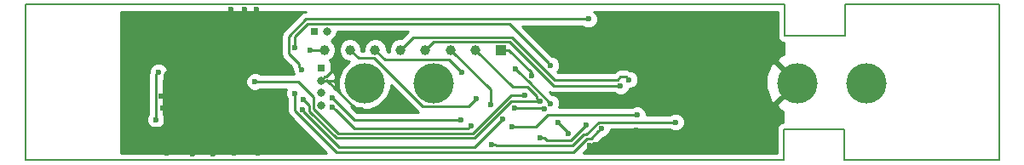
<source format=gbr>
G04 #@! TF.FileFunction,Copper,L2,Bot,Signal*
%FSLAX46Y46*%
G04 Gerber Fmt 4.6, Leading zero omitted, Abs format (unit mm)*
G04 Created by KiCad (PCBNEW 4.0.2+dfsg1-stable) date mer 10 ott 2018 09:07:00 CEST*
%MOMM*%
G01*
G04 APERTURE LIST*
%ADD10C,0.100000*%
%ADD11C,0.200000*%
%ADD12R,0.800000X0.800000*%
%ADD13O,0.800000X0.800000*%
%ADD14C,4.000000*%
%ADD15R,1.000000X1.000000*%
%ADD16C,1.000000*%
%ADD17C,0.600000*%
%ADD18C,0.250000*%
%ADD19C,0.500000*%
%ADD20C,0.226060*%
G04 APERTURE END LIST*
D10*
D11*
X173690280Y-115443000D02*
X98295460Y-115443000D01*
X195072000Y-115443000D02*
X179682660Y-115443000D01*
X179682660Y-112410240D02*
X179682660Y-115443000D01*
X173692820Y-112410240D02*
X179682660Y-112410240D01*
X173692820Y-112410240D02*
X173692820Y-115437920D01*
X173776640Y-99949000D02*
X98298000Y-99949000D01*
X195072000Y-99949000D02*
X179778660Y-99949000D01*
X179778660Y-99949000D02*
X179778660Y-103047800D01*
X173776640Y-103047800D02*
X179778660Y-103047800D01*
X173776640Y-99949000D02*
X173776640Y-103047800D01*
X98298000Y-115443000D02*
X98298000Y-99949000D01*
X195072000Y-99949000D02*
X195072000Y-115443000D01*
D12*
X127000000Y-102631240D03*
D13*
X128250000Y-102631240D03*
D14*
X131999000Y-107787000D03*
X138899000Y-107787000D03*
X174999000Y-107771760D03*
X181899000Y-107771760D03*
D15*
X145549000Y-104470200D03*
D16*
X143049000Y-104470200D03*
X140549000Y-104470200D03*
X138049000Y-104470200D03*
X135549000Y-104470200D03*
X133049000Y-104470200D03*
X130549000Y-104470200D03*
X128049000Y-104470200D03*
D12*
X127668020Y-106278360D03*
D13*
X127668020Y-107528360D03*
X127668020Y-108778360D03*
X127668020Y-110028360D03*
D17*
X121277380Y-100457000D03*
X120060720Y-100457000D03*
X118711980Y-100474780D03*
X121445020Y-114782600D03*
X119032020Y-114782600D03*
X116898420Y-114833400D03*
X114889280Y-114858800D03*
X112402620Y-114782600D03*
X111046260Y-114155220D03*
X109616240Y-114556540D03*
X108610400Y-113878360D03*
X109816900Y-113327180D03*
X108158280Y-110665260D03*
X108610400Y-112247680D03*
X109689900Y-111140240D03*
X116095780Y-112295940D03*
X119936260Y-112496600D03*
X118579900Y-108805980D03*
X116723160Y-109761020D03*
X115567460Y-109786420D03*
X116044980Y-108605320D03*
X111975900Y-110261400D03*
X111775240Y-109108240D03*
X109364780Y-109936280D03*
X108249720Y-109174280D03*
X109301280Y-108267500D03*
X108320840Y-107647740D03*
X108130340Y-105143300D03*
X110589060Y-105262680D03*
X108607860Y-103662480D03*
X113070640Y-104449880D03*
X114381280Y-103545640D03*
X113977420Y-102494080D03*
X115194080Y-102803960D03*
X118270020Y-103281480D03*
X118127780Y-101826060D03*
X116933980Y-100990400D03*
X115026440Y-100944680D03*
X113809780Y-101516180D03*
X113022380Y-103233220D03*
X110182660Y-102994460D03*
X108943140Y-102445820D03*
X110898940Y-102090220D03*
X112306100Y-101777800D03*
X111782860Y-100919280D03*
X109849920Y-101183440D03*
X108585000Y-100967540D03*
X126573280Y-104533620D03*
X115206780Y-106227880D03*
X115666520Y-107624880D03*
X110444280Y-104140000D03*
X128998980Y-105671620D03*
X154371859Y-113954947D03*
X131975860Y-110604300D03*
X148569680Y-107055920D03*
X154043380Y-111930380D03*
X149463760Y-113253520D03*
X159004000Y-112471200D03*
X152483820Y-103979980D03*
X118000780Y-112341660D03*
X117983000Y-109684820D03*
X113128781Y-105844441D03*
X110456980Y-112240060D03*
X112138460Y-112222280D03*
X111498380Y-106677460D03*
X111285020Y-111406940D03*
X152219266Y-112826796D03*
X151250096Y-111714787D03*
X147024095Y-106394245D03*
X150497540Y-109801660D03*
X141655800Y-106687620D03*
X149432223Y-109620255D03*
X125907800Y-109453680D03*
X144518380Y-109964220D03*
X145707100Y-111394060D03*
X125867988Y-110403640D03*
X157446980Y-108031980D03*
X158282640Y-107431840D03*
X149894701Y-110327592D03*
X146900900Y-110291880D03*
X143057880Y-109369860D03*
X144600837Y-113923900D03*
X141544220Y-111424720D03*
X162900360Y-111663480D03*
X128816100Y-109278420D03*
X128791557Y-110137789D03*
X159092297Y-110920169D03*
X146692620Y-112138460D03*
X142580360Y-112019080D03*
X155539360Y-112288500D03*
X125072140Y-108783120D03*
X154244040Y-101406960D03*
X125775720Y-106428540D03*
X150506426Y-106003086D03*
X125069780Y-104218740D03*
X147914180Y-108968729D03*
X121114820Y-107627420D03*
D18*
X126636700Y-104470200D02*
X126573280Y-104533620D01*
X128049000Y-104470200D02*
X126636700Y-104470200D01*
X128998980Y-105671620D02*
X128698981Y-105971619D01*
X128698981Y-105971619D02*
X128698981Y-106632401D01*
X128698981Y-106632401D02*
X128203021Y-107128361D01*
X128203021Y-107128361D02*
X128068019Y-107128361D01*
X128068019Y-107128361D02*
X127668020Y-107528360D01*
X127668020Y-107528360D02*
X128164442Y-107528360D01*
X128164442Y-107528360D02*
X128231900Y-107460902D01*
X154464329Y-114007669D02*
X154371859Y-113954947D01*
X154371859Y-113954947D02*
X154764328Y-113707670D01*
X131975860Y-110604300D02*
X131675861Y-110304301D01*
X131675861Y-110304301D02*
X131075299Y-110304301D01*
X131075299Y-110304301D02*
X128231900Y-107460902D01*
X146299000Y-104470200D02*
X148569680Y-106740880D01*
X145549000Y-104470200D02*
X146299000Y-104470200D01*
X148569680Y-106740880D02*
X148569680Y-107055920D01*
X150142024Y-113507520D02*
X152466240Y-113507520D01*
X152466240Y-113507520D02*
X154043380Y-111930380D01*
X149463760Y-113253520D02*
X149888024Y-113253520D01*
X149888024Y-113253520D02*
X150142024Y-113507520D01*
X159423100Y-106763521D02*
X159423100Y-108460540D01*
X159423100Y-105161080D02*
X159423100Y-106763521D01*
X158242000Y-103979980D02*
X159423100Y-105161080D01*
X152483820Y-103979980D02*
X158242000Y-103979980D01*
X154764328Y-113707670D02*
X159004000Y-113707670D01*
X159004000Y-113707670D02*
X169063090Y-113707670D01*
X159004000Y-112471200D02*
X159004000Y-112895464D01*
X159004000Y-112895464D02*
X159004000Y-113707670D01*
D19*
X169063090Y-113707670D02*
X172999001Y-109771759D01*
X172999001Y-109771759D02*
X174999000Y-107771760D01*
D18*
X152483820Y-103979980D02*
X171207220Y-103979980D01*
D19*
X171207220Y-103979980D02*
X174999000Y-107771760D01*
D18*
X127810260Y-107528360D02*
X127668020Y-107528360D01*
X117983000Y-109684820D02*
X117983000Y-112323880D01*
X117983000Y-112323880D02*
X118000780Y-112341660D01*
X112138460Y-112222280D02*
X112138460Y-106834762D01*
X112138460Y-106834762D02*
X113128781Y-105844441D01*
X112138460Y-112222280D02*
X110474760Y-112222280D01*
X110474760Y-112222280D02*
X110456980Y-112240060D01*
X111285020Y-111406940D02*
X111285020Y-106890820D01*
X111285020Y-106890820D02*
X111498380Y-106677460D01*
X152219266Y-112683957D02*
X152219266Y-112826796D01*
X151250096Y-111714787D02*
X152219266Y-112683957D01*
X148376802Y-107680922D02*
X148310772Y-107680922D01*
X150497540Y-109801660D02*
X148376802Y-107680922D01*
X148310772Y-107680922D02*
X147324094Y-106694244D01*
X147324094Y-106694244D02*
X147024095Y-106394245D01*
X133049000Y-104470200D02*
X134040799Y-105461999D01*
X134040799Y-105461999D02*
X140430179Y-105461999D01*
X140430179Y-105461999D02*
X141655800Y-106687620D01*
X149132224Y-109320256D02*
X149432223Y-109620255D01*
X149132224Y-109072754D02*
X149132224Y-109320256D01*
X148190403Y-108130933D02*
X149132224Y-109072754D01*
X146709733Y-108130933D02*
X148190403Y-108130933D01*
X143049000Y-104470200D02*
X146709733Y-108130933D01*
X146555903Y-109620255D02*
X149007959Y-109620255D01*
X126493008Y-110562761D02*
X129181658Y-113251411D01*
X142924747Y-113251411D02*
X146555903Y-109620255D01*
X149007959Y-109620255D02*
X149432223Y-109620255D01*
X125907800Y-109453680D02*
X126493008Y-110038888D01*
X129181658Y-113251411D02*
X142924747Y-113251411D01*
X126493008Y-110038888D02*
X126493008Y-110562761D01*
X144518380Y-109539956D02*
X144518380Y-109964220D01*
X144518380Y-108439580D02*
X144518380Y-109539956D01*
X140549000Y-104470200D02*
X144518380Y-108439580D01*
X142915891Y-114185269D02*
X145707100Y-111394060D01*
X129479105Y-114185269D02*
X142915891Y-114185269D01*
X125895100Y-110403640D02*
X125895100Y-110601264D01*
X125867988Y-110403640D02*
X125895100Y-110403640D01*
X125895100Y-110601264D02*
X129479105Y-114185269D01*
X146421339Y-103645199D02*
X150808120Y-108031980D01*
X138049000Y-104470200D02*
X138874001Y-103645199D01*
X150808120Y-108031980D02*
X157022716Y-108031980D01*
X138874001Y-103645199D02*
X146421339Y-103645199D01*
X157022716Y-108031980D02*
X157446980Y-108031980D01*
X157982641Y-107131841D02*
X158282640Y-107431840D01*
X150891240Y-107431840D02*
X157122118Y-107431840D01*
X136824012Y-103195188D02*
X146654588Y-103195188D01*
X135549000Y-104470200D02*
X136824012Y-103195188D01*
X157122118Y-107431840D02*
X157422117Y-107131841D01*
X157422117Y-107131841D02*
X157982641Y-107131841D01*
X146654588Y-103195188D02*
X150891240Y-107431840D01*
X149858989Y-110291880D02*
X149894701Y-110327592D01*
X146900900Y-110291880D02*
X149858989Y-110291880D01*
X130549000Y-104470200D02*
X131374001Y-105295201D01*
X131374001Y-105295201D02*
X132966199Y-105295201D01*
X142315739Y-110112001D02*
X143057880Y-109369860D01*
X132966199Y-105295201D02*
X137782999Y-110112001D01*
X137782999Y-110112001D02*
X142315739Y-110112001D01*
X152705056Y-113957531D02*
X145058732Y-113957531D01*
X153782652Y-112879935D02*
X152705056Y-113957531D01*
X162900360Y-111663480D02*
X155261451Y-111663480D01*
X155261451Y-111663480D02*
X154044996Y-112879935D01*
X145025101Y-113923900D02*
X144600837Y-113923900D01*
X154044996Y-112879935D02*
X153782652Y-112879935D01*
X145058732Y-113957531D02*
X145025101Y-113923900D01*
X130962400Y-111424720D02*
X141119956Y-111424720D01*
X128816100Y-109278420D02*
X130962400Y-111424720D01*
X141119956Y-111424720D02*
X141544220Y-111424720D01*
X146692620Y-112138460D02*
X149009483Y-112138460D01*
X149009483Y-112138460D02*
X150227774Y-110920169D01*
X150227774Y-110920169D02*
X158668033Y-110920169D01*
X158668033Y-110920169D02*
X159092297Y-110920169D01*
X142580360Y-112019080D02*
X142280361Y-112319079D01*
X129091556Y-110437788D02*
X128791557Y-110137789D01*
X130972847Y-112319079D02*
X129091556Y-110437788D01*
X142280361Y-112319079D02*
X130972847Y-112319079D01*
X154497914Y-113329946D02*
X155239361Y-112588499D01*
X155239361Y-112588499D02*
X155539360Y-112288500D01*
X152766524Y-114635280D02*
X154071858Y-113329946D01*
X129181860Y-114635280D02*
X152766524Y-114635280D01*
X125072140Y-110525560D02*
X129181860Y-114635280D01*
X125072140Y-108783120D02*
X125072140Y-110525560D01*
X154071858Y-113329946D02*
X154497914Y-113329946D01*
X124444760Y-104810560D02*
X124444760Y-103165067D01*
X124444760Y-103165067D02*
X126202867Y-101406960D01*
X126202867Y-101406960D02*
X154244040Y-101406960D01*
X125475721Y-105841521D02*
X124444760Y-104810560D01*
X125775720Y-106428540D02*
X125475721Y-106128541D01*
X125475721Y-106128541D02*
X125475721Y-105841521D01*
X146409579Y-101906239D02*
X150206427Y-105703087D01*
X125069780Y-104218740D02*
X125069780Y-103176458D01*
X150206427Y-105703087D02*
X150506426Y-106003086D01*
X126339999Y-101906239D02*
X146409579Y-101906239D01*
X125069780Y-103176458D02*
X126339999Y-101906239D01*
X146571018Y-108968729D02*
X147489916Y-108968729D01*
X142738347Y-112801400D02*
X146571018Y-108968729D01*
X129368058Y-112801400D02*
X142738347Y-112801400D01*
X126943019Y-110376361D02*
X129368058Y-112801400D01*
X147489916Y-108968729D02*
X147914180Y-108968729D01*
X121114820Y-107627420D02*
X125444078Y-107627420D01*
X125444078Y-107627420D02*
X126943019Y-109126361D01*
X126943019Y-109126361D02*
X126943019Y-110376361D01*
D20*
G36*
X173055610Y-103047800D02*
X173110495Y-103323726D01*
X173266795Y-103557645D01*
X173500714Y-103713945D01*
X173631029Y-103739866D01*
X173624712Y-104943721D01*
X173330974Y-105052220D01*
X173124798Y-105189982D01*
X172943579Y-105714543D01*
X173617132Y-106388096D01*
X173617113Y-106391669D01*
X172941783Y-105716339D01*
X172417222Y-105897558D01*
X171896522Y-107028227D01*
X171848146Y-108272092D01*
X172279460Y-109439786D01*
X172417222Y-109645962D01*
X172941783Y-109827181D01*
X173602552Y-109166412D01*
X173602534Y-109170022D01*
X172943579Y-109828977D01*
X173124798Y-110353538D01*
X173595186Y-110570163D01*
X173589206Y-111709820D01*
X173416894Y-111744095D01*
X173182975Y-111900395D01*
X173026675Y-112134314D01*
X172971790Y-112410240D01*
X172971790Y-114721970D01*
X153734880Y-114721970D01*
X154380874Y-114075976D01*
X154497914Y-114075976D01*
X154783408Y-114019188D01*
X155025437Y-113857469D01*
X155673259Y-113209647D01*
X155721760Y-113209689D01*
X156060400Y-113069766D01*
X156319716Y-112810903D01*
X156460230Y-112472508D01*
X156460285Y-112409510D01*
X162343691Y-112409510D01*
X162377957Y-112443836D01*
X162716352Y-112584350D01*
X163082760Y-112584669D01*
X163421400Y-112444746D01*
X163680716Y-112185883D01*
X163821230Y-111847488D01*
X163821549Y-111481080D01*
X163681626Y-111142440D01*
X163422763Y-110883124D01*
X163084368Y-110742610D01*
X162717960Y-110742291D01*
X162379320Y-110882214D01*
X162344022Y-110917450D01*
X160013330Y-110917450D01*
X160013486Y-110737769D01*
X159873563Y-110399129D01*
X159614700Y-110139813D01*
X159276305Y-109999299D01*
X158909897Y-109998980D01*
X158571257Y-110138903D01*
X158535959Y-110174139D01*
X151340150Y-110174139D01*
X151418410Y-109985668D01*
X151418729Y-109619260D01*
X151278806Y-109280620D01*
X151019943Y-109021304D01*
X150681548Y-108880790D01*
X150631673Y-108880747D01*
X150370501Y-108619575D01*
X150522626Y-108721222D01*
X150808120Y-108778010D01*
X156890311Y-108778010D01*
X156924577Y-108812336D01*
X157262972Y-108952850D01*
X157629380Y-108953169D01*
X157968020Y-108813246D01*
X158227336Y-108554383D01*
X158311001Y-108352895D01*
X158465040Y-108353029D01*
X158803680Y-108213106D01*
X159062996Y-107954243D01*
X159203510Y-107615848D01*
X159203829Y-107249440D01*
X159063906Y-106910800D01*
X158805043Y-106651484D01*
X158466648Y-106510970D01*
X158370334Y-106510886D01*
X158268135Y-106442599D01*
X157982641Y-106385811D01*
X157422117Y-106385811D01*
X157136624Y-106442599D01*
X156894594Y-106604318D01*
X156813102Y-106685810D01*
X151200256Y-106685810D01*
X151163251Y-106648805D01*
X151286782Y-106525489D01*
X151427296Y-106187094D01*
X151427615Y-105820686D01*
X151287692Y-105482046D01*
X151028829Y-105222730D01*
X150690434Y-105082216D01*
X150640559Y-105082173D01*
X147711376Y-102152990D01*
X153687371Y-102152990D01*
X153721637Y-102187316D01*
X154060032Y-102327830D01*
X154426440Y-102328149D01*
X154765080Y-102188226D01*
X155024396Y-101929363D01*
X155164910Y-101590968D01*
X155165229Y-101224560D01*
X155025306Y-100885920D01*
X154809793Y-100670030D01*
X173055610Y-100670030D01*
X173055610Y-103047800D01*
X173055610Y-103047800D01*
G37*
X173055610Y-103047800D02*
X173110495Y-103323726D01*
X173266795Y-103557645D01*
X173500714Y-103713945D01*
X173631029Y-103739866D01*
X173624712Y-104943721D01*
X173330974Y-105052220D01*
X173124798Y-105189982D01*
X172943579Y-105714543D01*
X173617132Y-106388096D01*
X173617113Y-106391669D01*
X172941783Y-105716339D01*
X172417222Y-105897558D01*
X171896522Y-107028227D01*
X171848146Y-108272092D01*
X172279460Y-109439786D01*
X172417222Y-109645962D01*
X172941783Y-109827181D01*
X173602552Y-109166412D01*
X173602534Y-109170022D01*
X172943579Y-109828977D01*
X173124798Y-110353538D01*
X173595186Y-110570163D01*
X173589206Y-111709820D01*
X173416894Y-111744095D01*
X173182975Y-111900395D01*
X173026675Y-112134314D01*
X172971790Y-112410240D01*
X172971790Y-114721970D01*
X153734880Y-114721970D01*
X154380874Y-114075976D01*
X154497914Y-114075976D01*
X154783408Y-114019188D01*
X155025437Y-113857469D01*
X155673259Y-113209647D01*
X155721760Y-113209689D01*
X156060400Y-113069766D01*
X156319716Y-112810903D01*
X156460230Y-112472508D01*
X156460285Y-112409510D01*
X162343691Y-112409510D01*
X162377957Y-112443836D01*
X162716352Y-112584350D01*
X163082760Y-112584669D01*
X163421400Y-112444746D01*
X163680716Y-112185883D01*
X163821230Y-111847488D01*
X163821549Y-111481080D01*
X163681626Y-111142440D01*
X163422763Y-110883124D01*
X163084368Y-110742610D01*
X162717960Y-110742291D01*
X162379320Y-110882214D01*
X162344022Y-110917450D01*
X160013330Y-110917450D01*
X160013486Y-110737769D01*
X159873563Y-110399129D01*
X159614700Y-110139813D01*
X159276305Y-109999299D01*
X158909897Y-109998980D01*
X158571257Y-110138903D01*
X158535959Y-110174139D01*
X151340150Y-110174139D01*
X151418410Y-109985668D01*
X151418729Y-109619260D01*
X151278806Y-109280620D01*
X151019943Y-109021304D01*
X150681548Y-108880790D01*
X150631673Y-108880747D01*
X150370501Y-108619575D01*
X150522626Y-108721222D01*
X150808120Y-108778010D01*
X156890311Y-108778010D01*
X156924577Y-108812336D01*
X157262972Y-108952850D01*
X157629380Y-108953169D01*
X157968020Y-108813246D01*
X158227336Y-108554383D01*
X158311001Y-108352895D01*
X158465040Y-108353029D01*
X158803680Y-108213106D01*
X159062996Y-107954243D01*
X159203510Y-107615848D01*
X159203829Y-107249440D01*
X159063906Y-106910800D01*
X158805043Y-106651484D01*
X158466648Y-106510970D01*
X158370334Y-106510886D01*
X158268135Y-106442599D01*
X157982641Y-106385811D01*
X157422117Y-106385811D01*
X157136624Y-106442599D01*
X156894594Y-106604318D01*
X156813102Y-106685810D01*
X151200256Y-106685810D01*
X151163251Y-106648805D01*
X151286782Y-106525489D01*
X151427296Y-106187094D01*
X151427615Y-105820686D01*
X151287692Y-105482046D01*
X151028829Y-105222730D01*
X150690434Y-105082216D01*
X150640559Y-105082173D01*
X147711376Y-102152990D01*
X153687371Y-102152990D01*
X153721637Y-102187316D01*
X154060032Y-102327830D01*
X154426440Y-102328149D01*
X154765080Y-102188226D01*
X155024396Y-101929363D01*
X155164910Y-101590968D01*
X155165229Y-101224560D01*
X155025306Y-100885920D01*
X154809793Y-100670030D01*
X173055610Y-100670030D01*
X173055610Y-103047800D01*
G36*
X125917374Y-100717718D02*
X125675344Y-100879437D01*
X123917237Y-102637544D01*
X123755518Y-102879573D01*
X123722056Y-103047800D01*
X123698730Y-103165067D01*
X123698730Y-104810560D01*
X123755518Y-105096054D01*
X123917237Y-105338083D01*
X124735153Y-106155999D01*
X124786479Y-106414035D01*
X124854614Y-106516005D01*
X124854531Y-106610940D01*
X124966279Y-106881390D01*
X121671489Y-106881390D01*
X121637223Y-106847064D01*
X121298828Y-106706550D01*
X120932420Y-106706231D01*
X120593780Y-106846154D01*
X120334464Y-107105017D01*
X120193950Y-107443412D01*
X120193631Y-107809820D01*
X120333554Y-108148460D01*
X120592417Y-108407776D01*
X120930812Y-108548290D01*
X121297220Y-108548609D01*
X121635860Y-108408686D01*
X121671158Y-108373450D01*
X124244973Y-108373450D01*
X124151270Y-108599112D01*
X124150951Y-108965520D01*
X124290874Y-109304160D01*
X124326110Y-109339458D01*
X124326110Y-110525560D01*
X124382898Y-110811054D01*
X124544617Y-111053083D01*
X128213504Y-114721970D01*
X107827273Y-114721970D01*
X107819057Y-111589340D01*
X110363831Y-111589340D01*
X110503754Y-111927980D01*
X110762617Y-112187296D01*
X111101012Y-112327810D01*
X111467420Y-112328129D01*
X111806060Y-112188206D01*
X112065376Y-111929343D01*
X112205890Y-111590948D01*
X112206209Y-111224540D01*
X112066286Y-110885900D01*
X112031050Y-110850602D01*
X112031050Y-107447116D01*
X112278736Y-107199863D01*
X112419250Y-106861468D01*
X112419569Y-106495060D01*
X112279646Y-106156420D01*
X112020783Y-105897104D01*
X111682388Y-105756590D01*
X111315980Y-105756271D01*
X110977340Y-105896194D01*
X110718024Y-106155057D01*
X110577510Y-106493452D01*
X110577332Y-106698061D01*
X110574155Y-106714034D01*
X110538990Y-106890820D01*
X110538990Y-110850271D01*
X110504664Y-110884537D01*
X110364150Y-111222932D01*
X110363831Y-111589340D01*
X107819057Y-111589340D01*
X107790416Y-100670030D01*
X126157118Y-100670030D01*
X125917374Y-100717718D01*
X125917374Y-100717718D01*
G37*
X125917374Y-100717718D02*
X125675344Y-100879437D01*
X123917237Y-102637544D01*
X123755518Y-102879573D01*
X123722056Y-103047800D01*
X123698730Y-103165067D01*
X123698730Y-104810560D01*
X123755518Y-105096054D01*
X123917237Y-105338083D01*
X124735153Y-106155999D01*
X124786479Y-106414035D01*
X124854614Y-106516005D01*
X124854531Y-106610940D01*
X124966279Y-106881390D01*
X121671489Y-106881390D01*
X121637223Y-106847064D01*
X121298828Y-106706550D01*
X120932420Y-106706231D01*
X120593780Y-106846154D01*
X120334464Y-107105017D01*
X120193950Y-107443412D01*
X120193631Y-107809820D01*
X120333554Y-108148460D01*
X120592417Y-108407776D01*
X120930812Y-108548290D01*
X121297220Y-108548609D01*
X121635860Y-108408686D01*
X121671158Y-108373450D01*
X124244973Y-108373450D01*
X124151270Y-108599112D01*
X124150951Y-108965520D01*
X124290874Y-109304160D01*
X124326110Y-109339458D01*
X124326110Y-110525560D01*
X124382898Y-110811054D01*
X124544617Y-111053083D01*
X128213504Y-114721970D01*
X107827273Y-114721970D01*
X107819057Y-111589340D01*
X110363831Y-111589340D01*
X110503754Y-111927980D01*
X110762617Y-112187296D01*
X111101012Y-112327810D01*
X111467420Y-112328129D01*
X111806060Y-112188206D01*
X112065376Y-111929343D01*
X112205890Y-111590948D01*
X112206209Y-111224540D01*
X112066286Y-110885900D01*
X112031050Y-110850602D01*
X112031050Y-107447116D01*
X112278736Y-107199863D01*
X112419250Y-106861468D01*
X112419569Y-106495060D01*
X112279646Y-106156420D01*
X112020783Y-105897104D01*
X111682388Y-105756590D01*
X111315980Y-105756271D01*
X110977340Y-105896194D01*
X110718024Y-106155057D01*
X110577510Y-106493452D01*
X110577332Y-106698061D01*
X110574155Y-106714034D01*
X110538990Y-106890820D01*
X110538990Y-110850271D01*
X110504664Y-110884537D01*
X110364150Y-111222932D01*
X110363831Y-111589340D01*
X107819057Y-111589340D01*
X107790416Y-100670030D01*
X126157118Y-100670030D01*
X125917374Y-100717718D01*
G36*
X137255476Y-110639524D02*
X137314092Y-110678690D01*
X131271416Y-110678690D01*
X130662965Y-110070239D01*
X131475358Y-110407574D01*
X132518068Y-110408484D01*
X133481755Y-110010297D01*
X134219705Y-109273633D01*
X134619574Y-108310642D01*
X134619842Y-108003890D01*
X137255476Y-110639524D01*
X137255476Y-110639524D01*
G37*
X137255476Y-110639524D02*
X137314092Y-110678690D01*
X131271416Y-110678690D01*
X130662965Y-110070239D01*
X131475358Y-110407574D01*
X132518068Y-110408484D01*
X133481755Y-110010297D01*
X134219705Y-109273633D01*
X134619574Y-108310642D01*
X134619842Y-108003890D01*
X137255476Y-110639524D01*
G36*
X136296489Y-102667665D02*
X135614927Y-103349227D01*
X135326992Y-103348976D01*
X134914817Y-103519283D01*
X134599191Y-103834359D01*
X134428165Y-104246235D01*
X134427776Y-104692208D01*
X134437594Y-104715969D01*
X134349815Y-104715969D01*
X134169973Y-104536127D01*
X134170224Y-104248192D01*
X133999917Y-103836017D01*
X133684841Y-103520391D01*
X133272965Y-103349365D01*
X132826992Y-103348976D01*
X132414817Y-103519283D01*
X132099191Y-103834359D01*
X131928165Y-104246235D01*
X131927901Y-104549171D01*
X131683017Y-104549171D01*
X131669973Y-104536127D01*
X131670224Y-104248192D01*
X131499917Y-103836017D01*
X131184841Y-103520391D01*
X130772965Y-103349365D01*
X130326992Y-103348976D01*
X129914817Y-103519283D01*
X129599191Y-103834359D01*
X129428165Y-104246235D01*
X129427776Y-104692208D01*
X129598083Y-105104383D01*
X129913159Y-105420009D01*
X130325035Y-105591035D01*
X130488722Y-105591178D01*
X129778295Y-106300367D01*
X129378426Y-107263358D01*
X129377516Y-108306068D01*
X129540426Y-108700340D01*
X129338503Y-108498064D01*
X129000108Y-108357550D01*
X128944084Y-108357501D01*
X128971069Y-108328358D01*
X129178026Y-107768807D01*
X128914793Y-107529630D01*
X127669290Y-107529630D01*
X127669290Y-107549630D01*
X127666750Y-107549630D01*
X127666750Y-107529630D01*
X127646750Y-107529630D01*
X127646750Y-107527090D01*
X127666750Y-107527090D01*
X127666750Y-107507090D01*
X127669290Y-107507090D01*
X127669290Y-107527090D01*
X128914793Y-107527090D01*
X129178026Y-107287913D01*
X128971069Y-106728362D01*
X128701216Y-106436923D01*
X128701216Y-105878360D01*
X128657912Y-105648220D01*
X128547777Y-105477065D01*
X128683183Y-105421117D01*
X128998809Y-105106041D01*
X129169835Y-104694165D01*
X129170224Y-104248192D01*
X128999917Y-103836017D01*
X128707627Y-103543216D01*
X128991980Y-103353217D01*
X129213312Y-103021971D01*
X129286850Y-102652269D01*
X136319531Y-102652269D01*
X136296489Y-102667665D01*
X136296489Y-102667665D01*
G37*
X136296489Y-102667665D02*
X135614927Y-103349227D01*
X135326992Y-103348976D01*
X134914817Y-103519283D01*
X134599191Y-103834359D01*
X134428165Y-104246235D01*
X134427776Y-104692208D01*
X134437594Y-104715969D01*
X134349815Y-104715969D01*
X134169973Y-104536127D01*
X134170224Y-104248192D01*
X133999917Y-103836017D01*
X133684841Y-103520391D01*
X133272965Y-103349365D01*
X132826992Y-103348976D01*
X132414817Y-103519283D01*
X132099191Y-103834359D01*
X131928165Y-104246235D01*
X131927901Y-104549171D01*
X131683017Y-104549171D01*
X131669973Y-104536127D01*
X131670224Y-104248192D01*
X131499917Y-103836017D01*
X131184841Y-103520391D01*
X130772965Y-103349365D01*
X130326992Y-103348976D01*
X129914817Y-103519283D01*
X129599191Y-103834359D01*
X129428165Y-104246235D01*
X129427776Y-104692208D01*
X129598083Y-105104383D01*
X129913159Y-105420009D01*
X130325035Y-105591035D01*
X130488722Y-105591178D01*
X129778295Y-106300367D01*
X129378426Y-107263358D01*
X129377516Y-108306068D01*
X129540426Y-108700340D01*
X129338503Y-108498064D01*
X129000108Y-108357550D01*
X128944084Y-108357501D01*
X128971069Y-108328358D01*
X129178026Y-107768807D01*
X128914793Y-107529630D01*
X127669290Y-107529630D01*
X127669290Y-107549630D01*
X127666750Y-107549630D01*
X127666750Y-107529630D01*
X127646750Y-107529630D01*
X127646750Y-107527090D01*
X127666750Y-107527090D01*
X127666750Y-107507090D01*
X127669290Y-107507090D01*
X127669290Y-107527090D01*
X128914793Y-107527090D01*
X129178026Y-107287913D01*
X128971069Y-106728362D01*
X128701216Y-106436923D01*
X128701216Y-105878360D01*
X128657912Y-105648220D01*
X128547777Y-105477065D01*
X128683183Y-105421117D01*
X128998809Y-105106041D01*
X129169835Y-104694165D01*
X129170224Y-104248192D01*
X128999917Y-103836017D01*
X128707627Y-103543216D01*
X128991980Y-103353217D01*
X129213312Y-103021971D01*
X129286850Y-102652269D01*
X136319531Y-102652269D01*
X136296489Y-102667665D01*
G36*
X145550270Y-104468930D02*
X145570270Y-104468930D01*
X145570270Y-104471470D01*
X145550270Y-104471470D01*
X145550270Y-104491470D01*
X145547730Y-104491470D01*
X145547730Y-104471470D01*
X145527730Y-104471470D01*
X145527730Y-104468930D01*
X145547730Y-104468930D01*
X145547730Y-104448930D01*
X145550270Y-104448930D01*
X145550270Y-104468930D01*
X145550270Y-104468930D01*
G37*
X145550270Y-104468930D02*
X145570270Y-104468930D01*
X145570270Y-104471470D01*
X145550270Y-104471470D01*
X145550270Y-104491470D01*
X145547730Y-104491470D01*
X145547730Y-104471470D01*
X145527730Y-104471470D01*
X145527730Y-104468930D01*
X145547730Y-104468930D01*
X145547730Y-104448930D01*
X145550270Y-104448930D01*
X145550270Y-104468930D01*
M02*

</source>
